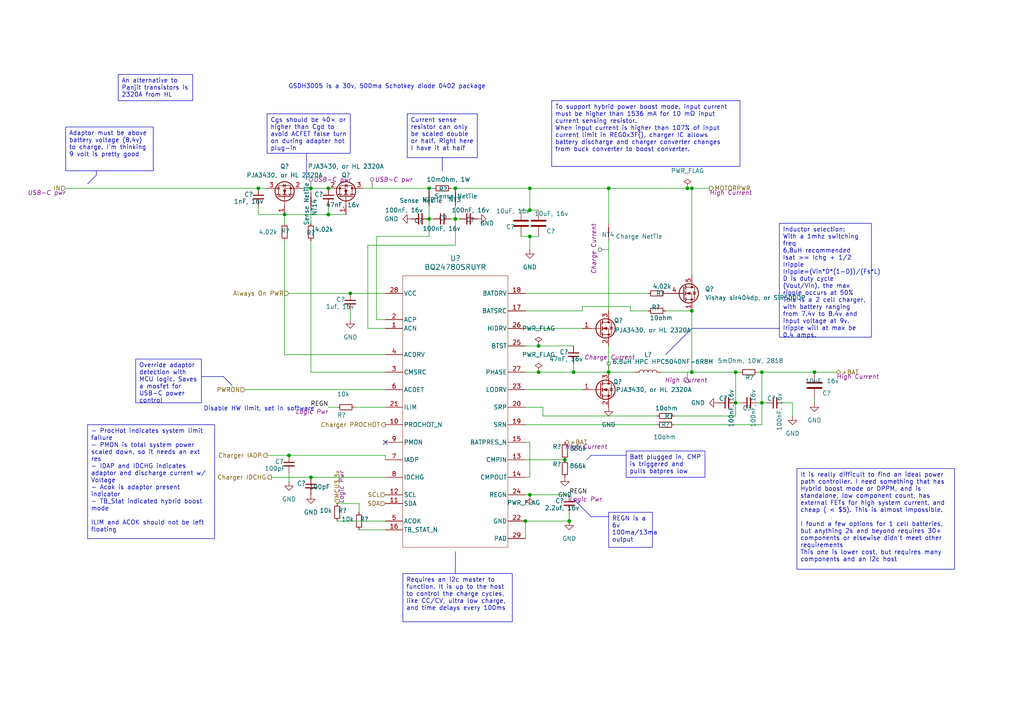
<source format=kicad_sch>
(kicad_sch (version 20250114) (generator "eeschema") (generator_version "9.0")
  (paper "A4")
  (title_block (title "Klipper-To-CACKLE") (date "2025-04-05") (rev "V1") (company "Author: Asher Edwards") (comment 1 "Licensed under CERN-OHL-S"))
  (lib_symbols
    (symbol "BQ24780s:BQ24780SRUYR" (pin_names (offset 0.254))
      (property "Reference" "U4" (at 0 43.18 0))
      (property "Value" "BQ24780SRUYR" (at 0 40.64 0))
      (symbol "BQ24780SRUYR_0_1"
        (polyline (pts (xy -15.24 38.1) (xy -15.24 -40.64)) (stroke (width 0.1016)))
        (polyline (pts (xy -15.24 -40.64) (xy 15.24 -40.64)) (stroke (width 0.1016)))
        (polyline (pts (xy 15.24 38.1) (xy -15.24 38.1)) (stroke (width 0.1016)))
        (polyline (pts (xy 15.24 -40.64) (xy 15.24 38.1)) (stroke (width 0.1016)))
        (pin power_in line (at -20.32 33.02 0) (length 5.08) (name "VCC") (number "28"))
        (pin input line (at -20.32 25.4 0) (length 5.08) (name "ACP") (number "2"))
        (pin input line (at -20.32 22.86 0) (length 5.08) (name "ACN") (number "1"))
        (pin output line (at -20.32 15.24 0) (length 5.08) (name "ACDRV") (number "4"))
        (pin input line (at -20.32 10.16 0) (length 5.08) (name "CMSRC") (number "3"))
        (pin input line (at -20.32 5.08 0) (length 5.08) (name "ACDET") (number "6"))
        (pin input line (at -20.32 0 0) (length 5.08) (name "ILIM") (number "21"))
        (pin output line (at -20.32 -5.08 0) (length 5.08) (name "PROCHOT_N") (number "10"))
        (pin output line (at -20.32 -10.16 0) (length 5.08) (name "PMON") (number "9"))
        (pin output line (at -20.32 -15.24 0) (length 5.08) (name "IADP") (number "7"))
        (pin output line (at -20.32 -20.32 0) (length 5.08) (name "IDCHG") (number "8"))
        (pin bidirectional line (at -20.32 -25.4 0) (length 5.08) (name "SCL") (number "12"))
        (pin bidirectional line (at -20.32 -27.94 0) (length 5.08) (name "SDA") (number "11"))
        (pin output line (at -20.32 -33.02 0) (length 5.08) (name "ACOK") (number "5"))
        (pin input line (at -20.32 -35.56 0) (length 5.08) (name "TB_STAT_N") (number "16"))
        (pin input line (at 20.32 33.02 180) (length 5.08) (name "BATDRV") (number "18"))
        (pin output line (at 20.32 27.94 180) (length 5.08) (name "BATSRC") (number "17"))
        (pin power_in line (at 20.32 17.78 180) (length 5.08) (name "BTST") (number "25"))
        (pin power_in line (at 20.32 10.16 180) (length 5.08) (name "PHASE") (number "27"))
        (pin output line (at 20.32 5.08 180) (length 5.08) (name "LODRV") (number "23"))
        (pin input line (at 20.32 0 180) (length 5.08) (name "SRP") (number "20"))
        (pin input line (at 20.32 -5.08 180) (length 5.08) (name "SRN") (number "19"))
        (pin input line (at 20.32 -10.16 180) (length 5.08) (name "BATPRES_N") (number "15"))
        (pin input line (at 20.32 -15.24 180) (length 5.08) (name "CMPIN") (number "13"))
        (pin output line (at 20.32 -20.32 180) (length 5.08) (name "CMPOUT") (number "14"))
        (pin power_in line (at 20.32 -25.4 180) (length 5.08) (name "REGN") (number "24"))
        (pin power_in line (at 20.32 -33.02 180) (length 5.08) (name "GND") (number "22"))
        (pin power_in line (at 20.32 -38.1 180) (length 5.08) (name "PAD") (number "29"))
      )
      (symbol "BQ24780SRUYR_1_1"
        (pin output line (at 20.32 22.86 180) (length 5.08) (name "HIDRV") (number "26"))
      )
    )
    (symbol "Device:C" (pin_numbers (hide yes)) (pin_names (offset 0.254))
      (property "Reference" "C" (at 0.635 2.54 0))
      (property "Value" "C" (at 0.635 -2.54 0))
      (symbol "C_0_1"
        (polyline (pts (xy -2.032 0.762) (xy 2.032 0.762)) (stroke (width 0.508)))
        (polyline (pts (xy -2.032 -0.762) (xy 2.032 -0.762)) (stroke (width 0.508)))
      )
      (symbol "C_1_1"
        (pin passive line (at 0 3.81 270) (length 2.794) (name "~") (number "1"))
        (pin passive line (at 0 -3.81 90) (length 2.794) (name "~") (number "2"))
      )
    )
    (symbol "Device:C_Small" (pin_numbers (hide yes)) (pin_names (offset 0.254) (hide yes))
      (property "Reference" "C" (at 0.254 1.778 0))
      (property "Value" "C_Small" (at 0.254 -2.032 0))
      (symbol "C_Small_0_1"
        (polyline (pts (xy -1.524 0.508) (xy 1.524 0.508)) (stroke (width 0.3048)))
        (polyline (pts (xy -1.524 -0.508) (xy 1.524 -0.508)) (stroke (width 0.3302)))
      )
      (symbol "C_Small_1_1"
        (pin passive line (at 0 2.54 270) (length 2.032) (name "~") (number "1"))
        (pin passive line (at 0 -2.54 90) (length 2.032) (name "~") (number "2"))
      )
    )
    (symbol "Device:L" (pin_numbers (hide yes)) (pin_names (offset 1.016) (hide yes))
      (property "Reference" "L" (at -1.27 0 90))
      (property "Value" "L" (at 1.905 0 90))
      (symbol "L_0_1"
        (arc (start 0 2.54) (mid 0.6323 1.905) (end 0 1.27))
        (arc (start 0 1.27) (mid 0.6323 0.635) (end 0 0))
        (arc (start 0 0) (mid 0.6323 -0.635) (end 0 -1.27))
        (arc (start 0 -1.27) (mid 0.6323 -1.905) (end 0 -2.54))
      )
      (symbol "L_1_1"
        (pin passive line (at 0 3.81 270) (length 1.27) (name "1") (number "1"))
        (pin passive line (at 0 -3.81 90) (length 1.27) (name "2") (number "2"))
      )
    )
    (symbol "Device:NetTie_2" (pin_numbers (hide yes)) (pin_names (offset 0) (hide yes)) (in_bom no)
      (property "Reference" "NT" (at 0 1.27 0))
      (property "Value" "NetTie_2" (at 0 -1.27 0))
      (symbol "NetTie_2_0_1"
        (polyline (pts (xy -1.27 0) (xy 1.27 0)) (stroke (width 0.254)))
      )
      (symbol "NetTie_2_1_1"
        (pin passive line (at -2.54 0 0) (length 2.54) (name "1") (number "1"))
        (pin passive line (at 2.54 0 180) (length 2.54) (name "2") (number "2"))
      )
    )
    (symbol "Device:Q_NMOS_GSD" (pin_names (offset 0) (hide yes))
      (property "Reference" "Q" (at 5.08 1.27 0))
      (property "Value" "Q_NMOS_GSD" (at 5.08 -1.27 0))
      (symbol "Q_NMOS_GSD_0_1"
        (polyline (pts (xy 0.254 1.905) (xy 0.254 -1.905)) (stroke (width 0.254)))
        (polyline (pts (xy 0.254 0) (xy -2.54 0)))
        (polyline (pts (xy 0.762 2.286) (xy 0.762 1.27)) (stroke (width 0.254)))
        (polyline (pts (xy 0.762 0.508) (xy 0.762 -0.508)) (stroke (width 0.254)))
        (polyline (pts (xy 0.762 -1.27) (xy 0.762 -2.286)) (stroke (width 0.254)))
        (polyline (pts (xy 0.762 -1.778) (xy 3.302 -1.778) (xy 3.302 1.778) (xy 0.762 1.778)))
        (polyline (pts (xy 1.016 0) (xy 2.032 0.381) (xy 2.032 -0.381) (xy 1.016 0)) (fill (type outline)))
        (circle (center 1.651 0) (radius 2.794) (stroke (width 0.254)))
        (polyline (pts (xy 2.54 2.54) (xy 2.54 1.778)))
        (circle (center 2.54 1.778) (radius 0.254) (fill (type outline)))
        (circle (center 2.54 -1.778) (radius 0.254) (fill (type outline)))
        (polyline (pts (xy 2.54 -2.54) (xy 2.54 0) (xy 0.762 0)))
        (polyline (pts (xy 2.794 0.508) (xy 2.921 0.381) (xy 3.683 0.381) (xy 3.81 0.254)))
        (polyline (pts (xy 3.302 0.381) (xy 2.921 -0.254) (xy 3.683 -0.254) (xy 3.302 0.381)))
      )
      (symbol "Q_NMOS_GSD_1_1"
        (pin input line (at -5.08 0 0) (length 2.54) (name "G") (number "1"))
        (pin passive line (at 2.54 5.08 270) (length 2.54) (name "D") (number "3"))
        (pin passive line (at 2.54 -5.08 90) (length 2.54) (name "S") (number "2"))
      )
    )
    (symbol "Device:R_Small" (pin_numbers (hide yes)) (pin_names (offset 0.254) (hide yes))
      (property "Reference" "R" (at 0.762 0.508 0))
      (property "Value" "R_Small" (at 0.762 -1.016 0))
      (symbol "R_Small_0_1"
        (rectangle (start -0.762 1.778) (end 0.762 -1.778) (stroke (width 0.2032)))
      )
      (symbol "R_Small_1_1"
        (pin passive line (at 0 2.54 270) (length 0.762) (name "~") (number "1"))
        (pin passive line (at 0 -2.54 90) (length 0.762) (name "~") (number "2"))
      )
    )
    (symbol "custom_Device:Q_NMOS_SGD_8-pin" (pin_names (offset 0) (hide yes))
      (property "Reference" "Q" (at 6.35 1.2701 0))
      (property "Value" "Q_NMOS_SGD_8-pin" (at 6.35 -1.2699 0))
      (symbol "Q_NMOS_SGD_8-pin_0_1"
        (polyline (pts (xy 0.254 1.905) (xy 0.254 -1.905)) (stroke (width 0.254)))
        (polyline (pts (xy 0.254 0) (xy -2.54 0)))
        (polyline (pts (xy 0.762 2.286) (xy 0.762 1.27)) (stroke (width 0.254)))
        (polyline (pts (xy 0.762 0.508) (xy 0.762 -0.508)) (stroke (width 0.254)))
        (polyline (pts (xy 0.762 -1.27) (xy 0.762 -2.286)) (stroke (width 0.254)))
        (polyline (pts (xy 0.762 -1.778) (xy 3.302 -1.778) (xy 3.302 1.778) (xy 0.762 1.778)))
        (polyline (pts (xy 1.016 0) (xy 2.032 0.381) (xy 2.032 -0.381) (xy 1.016 0)) (fill (type outline)))
        (circle (center 1.651 0) (radius 2.794) (stroke (width 0.254)))
        (polyline (pts (xy 2.54 2.54) (xy 2.54 1.778)))
        (circle (center 2.54 1.778) (radius 0.254) (fill (type outline)))
        (circle (center 2.54 -1.778) (radius 0.254) (fill (type outline)))
        (polyline (pts (xy 2.54 -2.54) (xy 2.54 0) (xy 0.762 0)))
        (polyline (pts (xy 2.794 0.508) (xy 2.921 0.381) (xy 3.683 0.381) (xy 3.81 0.254)))
        (polyline (pts (xy 3.302 0.381) (xy 2.921 -0.254) (xy 3.683 -0.254) (xy 3.302 0.381)))
      )
      (symbol "Q_NMOS_SGD_8-pin_1_1"
        (pin input line (at -5.08 0 0) (length 5.08) (name "G") (number "4"))
        (pin passive line (at 2.54 5.08 270) (length 2.54) (name "D") (number "5"))
        (pin passive line (at 2.54 5.08 270) (length 2.54) (hide yes) (name "D") (number "6"))
        (pin passive line (at 2.54 5.08 270) (length 2.54) (hide yes) (name "D") (number "7"))
        (pin passive line (at 2.54 5.08 270) (length 2.54) (hide yes) (name "D") (number "8"))
        (pin passive line (at 2.54 -5.08 90) (length 2.54) (name "S") (number "1"))
        (pin passive line (at 2.54 -5.08 90) (length 2.54) (hide yes) (name "S") (number "2"))
        (pin passive line (at 2.54 -5.08 90) (length 2.54) (hide yes) (name "S") (number "3"))
      )
    )
    (symbol "power:GND" (power) (pin_numbers (hide yes)) (pin_names (offset 0) (hide yes))
      (property "Value" "GND" (at 0 -3.81 0))
      (symbol "GND_0_1"
        (polyline (pts (xy 0 0) (xy 0 -1.27) (xy 1.27 -1.27) (xy 0 -2.54) (xy -1.27 -1.27) (xy 0 -1.27)))
      )
      (symbol "GND_1_1"
        (pin power_in line (at 0 0 270) (length 0) (name "~") (number "1"))
      )
    )
    (symbol "power:PWR_FLAG" (power) (pin_numbers (hide yes)) (pin_names (offset 0) (hide yes))
      (property "Value" "PWR_FLAG" (at 0 3.81 0))
      (symbol "PWR_FLAG_0_0"
        (pin power_out line (at 0 0 90) (length 0) (name "~") (number "1"))
      )
      (symbol "PWR_FLAG_0_1"
        (polyline (pts (xy 0 0) (xy 0 1.27) (xy -1.016 1.905) (xy 0 2.54) (xy 1.016 1.905) (xy 0 1.27)))
      )
    )
  )
  (text "GSDH3005 is a 30v, 500ma Schotkey diode 0402 package" (at 112.268 25.146 0) (effects (font (size 1.27 1.27))))
  (text "Disable HW limit, set in software" (at 75.184 118.618 0) (effects (font (size 1.27 1.27))))
  (text_box "To support hybrid power boost mode, input current must be higher than 1536 mA for 10 mΩ input current sensing resistor.\nWhen input current is higher than 107% of input current limit in REG0x3F(), charger IC allows\nbattery discharge and charger converter changes from buck converter to boost converter." (at 160.02 29.21 0) (size 54.61 19.05) (margins 0.9525 0.9525 0.9525 0.9525) (effects (font (size 1.27 1.27)) (justify left top)))
  (text_box "Batt plugged in, CMP is triggered and pulls batpres low" (at 181.61 130.81 0) (size 22.86 7.62) (margins 0.9525 0.9525 0.9525 0.9525) (effects (font (size 1.27 1.27)) (justify left top)))
  (text_box "Inductor selection:\nWith a 1mhz switching freq \n6.8uH recommended\nIsat >= Ichg + 1/2 Iripple\nIripple=(Vin*D*(1-D))/(Fs*L)\nD is duty cycle (Vout/Vin), the max ripple occurs at 50%\nThis is a 2 cell charger, with battery ranging from 7.4v to 8.4v and input voltage at 9v.\nIripple will at max be 0.4 amps." (at 226.06 64.77 0) (size 26.67 33.02) (margins 0.9525 0.9525 0.9525 0.9525) (effects (font (size 1.27 1.27)) (justify left top)))
  (text_box "It is really difficult to find an ideal power path controller. I need something that has Hybrid boost mode or DPPM, and is standalone, low component count, has external FETs for high system current, and cheap ( < $5). This is almost impossible. \n\nI found a few options for 1 cell batteries, but anything 2s and beyond requires 30+ components or elsewise didn't meet other requirements\nThis one is lower cost, but requires many components and an i2c host" (at 231.14 135.89 0) (size 45.72 29.21) (margins 0.9525 0.9525 0.9525 0.9525) (effects (font (size 1.27 1.27)) (justify left top)))
  (text_box "Requires an i2c master to function. It is up to the host to control the charge cycles, like CC/CV, ultra low charge, and time delays every 100ms" (at 116.84 166.37 0) (size 31.75 13.97) (margins 0.9525 0.9525 0.9525 0.9525) (effects (font (size 1.27 1.27)) (justify left top)))
  (text_box "Cgs should be 40× or higher than Cgd to avoid ACFET false turn on during adapter hot plug-in" (at 77.47 33.02 0) (size 24.13 11.43) (margins 0.9525 0.9525 0.9525 0.9525) (effects (font (size 1.27 1.27)) (justify left top)))
  (text_box "Current sense resistor can only be scaled double or half. Right here I have it at half" (at 118.11 33.02 0) (size 20.32 12.7) (margins 0.9525 0.9525 0.9525 0.9525) (effects (font (size 1.27 1.27)) (justify left top)))
  (text_box "Override adaptor detection with MCU logic. Saves a mosfet for USB-C power control" (at 39.37 104.14 0) (size 19.05 12.7) (margins 0.9525 0.9525 0.9525 0.9525) (effects (font (size 1.27 1.27)) (justify left top)))
  (text_box "Adaptor must be above battery voltage (8.4v) to charge. I'm thinking 9 volt is pretty good" (at 19.05 36.83 0) (size 25.4 12.7) (margins 0.9525 0.9525 0.9525 0.9525) (effects (font (size 1.27 1.27)) (justify left top)))
  (text_box "REGN is a 6v 100ma/13ma output" (at 176.53 148.59 0) (size 12.7 10.16) (margins 0.9525 0.9525 0.9525 0.9525) (effects (font (size 1.27 1.27)) (justify left top)))
  (text_box "An alternative to Panjit transistors is 2320A from HL" (at 34.29 21.59 0) (size 21.59 7.62) (margins 0.9525 0.9525 0.9525 0.9525) (effects (font (size 1.27 1.27)) (justify left top)))
  (text_box "- ProcHot indicates system limit failure\n- PMON is total system power scaled down, so it needs an ext res\n- IDAP and IDCHG indicates adaptor and discharge current w/ Voltage\n- Acok is adaptor present indicator\n- TB_Stat indicated hybrid boost mode\n\nILIM and ACOK should not be left floating " (at 25.4 123.19 0) (size 36.83 33.02) (margins 0.9525 0.9525 0.9525 0.9525) (effects (font (size 1.27 1.27)) (justify left top)))
  (junction (at 101.6 85.09))
  (junction (at 90.17 54.61))
  (junction (at 95.25 62.23))
  (junction (at 132.08 54.61))
  (junction (at 153.67 68.58))
  (junction (at 220.98 107.95))
  (junction (at 200.66 107.95))
  (junction (at 156.21 107.95))
  (junction (at 95.25 54.61))
  (junction (at 124.46 54.61))
  (junction (at 220.98 116.84))
  (junction (at 74.93 54.61))
  (junction (at 163.83 133.35))
  (junction (at 213.36 107.95))
  (junction (at 132.08 63.5))
  (junction (at 200.66 54.61))
  (junction (at 153.67 54.61))
  (junction (at 82.55 62.23))
  (junction (at 153.67 143.51))
  (junction (at 90.17 138.43))
  (junction (at 156.21 100.33))
  (junction (at 124.46 63.5))
  (junction (at 200.66 90.17))
  (junction (at 176.53 107.95))
  (junction (at 166.37 107.95))
  (junction (at 199.39 54.61))
  (junction (at 176.53 54.61))
  (junction (at 236.22 107.95))
  (junction (at 153.67 60.96))
  (junction (at 165.1 151.13))
  (junction (at 152.4 151.13))
  (junction (at 83.82 132.08))
  (junction (at 213.36 116.84))
  (no_connect (at 111.76 128.27))
  (polyline (pts (xy 58.42 109.22) (xy 64.77 109.22)))
  (polyline (pts (xy 27.94 49.53) (xy 27.94 50.8)))
  (wire (pts (xy 236.22 115.57) (xy 236.22 116.84)))
  (wire (pts (xy 153.67 138.43) (xy 153.67 128.27)))
  (wire (pts (xy 152.4 100.33) (xy 156.21 100.33)))
  (polyline (pts (xy 132.08 160.02) (xy 132.08 166.37)))
  (wire (pts (xy 200.66 90.17) (xy 200.66 107.95)))
  (wire (pts (xy 157.48 120.65) (xy 190.5 120.65)))
  (wire (pts (xy 124.46 63.5) (xy 124.46 68.58)))
  (wire (pts (xy 227.33 116.84) (xy 229.87 116.84)))
  (wire (pts (xy 153.67 54.61) (xy 132.08 54.61)))
  (wire (pts (xy 153.67 68.58) (xy 156.21 68.58)))
  (wire (pts (xy 152.4 156.21) (xy 152.4 151.13)))
  (wire (pts (xy 229.87 120.65) (xy 229.87 116.84)))
  (wire (pts (xy 104.14 153.67) (xy 111.76 153.67)))
  (wire (pts (xy 152.4 85.09) (xy 187.96 85.09)))
  (wire (pts (xy 109.22 68.58) (xy 109.22 92.71)))
  (polyline (pts (xy 64.77 109.22) (xy 67.31 111.76)))
  (wire (pts (xy 105.41 54.61) (xy 124.46 54.61)))
  (wire (pts (xy 106.68 71.12) (xy 132.08 71.12)))
  (wire (pts (xy 124.46 54.61) (xy 125.73 54.61)))
  (wire (pts (xy 90.17 138.43) (xy 111.76 138.43)))
  (wire (pts (xy 151.13 60.96) (xy 153.67 60.96)))
  (polyline (pts (xy 166.37 144.78) (xy 171.45 149.86)))
  (wire (pts (xy 157.48 118.11) (xy 157.48 120.65)))
  (wire (pts (xy 82.55 102.87) (xy 111.76 102.87)))
  (wire (pts (xy 176.53 100.33) (xy 176.53 107.95)))
  (polyline (pts (xy 193.04 102.87) (xy 200.66 95.25)))
  (wire (pts (xy 19.05 54.61) (xy 74.93 54.61)))
  (wire (pts (xy 130.81 54.61) (xy 132.08 54.61)))
  (polyline (pts (xy 181.61 132.08) (xy 171.45 132.08)))
  (polyline (pts (xy 176.53 149.86) (xy 171.45 149.86)))
  (wire (pts (xy 176.53 90.17) (xy 176.53 69.85)))
  (wire (pts (xy 132.08 63.5) (xy 132.08 71.12)))
  (wire (pts (xy 74.93 62.23) (xy 82.55 62.23)))
  (wire (pts (xy 220.98 107.95) (xy 236.22 107.95)))
  (wire (pts (xy 152.4 95.25) (xy 168.91 95.25)))
  (wire (pts (xy 176.53 54.61) (xy 199.39 54.61)))
  (wire (pts (xy 90.17 69.85) (xy 90.17 107.95)))
  (wire (pts (xy 111.76 133.35) (xy 111.76 132.08)))
  (wire (pts (xy 152.4 107.95) (xy 156.21 107.95)))
  (wire (pts (xy 132.08 59.69) (xy 132.08 63.5)))
  (wire (pts (xy 83.82 132.08) (xy 111.76 132.08)))
  (wire (pts (xy 152.4 113.03) (xy 168.91 113.03)))
  (wire (pts (xy 156.21 107.95) (xy 166.37 107.95)))
  (wire (pts (xy 219.71 116.84) (xy 220.98 116.84)))
  (wire (pts (xy 74.93 54.61) (xy 77.47 54.61)))
  (wire (pts (xy 205.74 54.61) (xy 200.66 54.61)))
  (wire (pts (xy 195.58 123.19) (xy 220.98 123.19)))
  (wire (pts (xy 182.88 88.9) (xy 182.88 90.17)))
  (wire (pts (xy 213.36 107.95) (xy 213.36 116.84)))
  (wire (pts (xy 101.6 85.09) (xy 111.76 85.09)))
  (wire (pts (xy 220.98 123.19) (xy 220.98 116.84)))
  (wire (pts (xy 184.15 107.95) (xy 176.53 107.95)))
  (wire (pts (xy 153.67 143.51) (xy 165.1 143.51)))
  (wire (pts (xy 152.4 138.43) (xy 153.67 138.43)))
  (wire (pts (xy 151.13 68.58) (xy 153.67 68.58)))
  (wire (pts (xy 193.04 90.17) (xy 200.66 90.17)))
  (wire (pts (xy 71.12 113.03) (xy 111.76 113.03)))
  (wire (pts (xy 168.91 88.9) (xy 168.91 90.17)))
  (wire (pts (xy 176.53 64.77) (xy 176.53 54.61)))
  (wire (pts (xy 200.66 54.61) (xy 199.39 54.61)))
  (wire (pts (xy 83.82 137.16) (xy 83.82 139.7)))
  (wire (pts (xy 153.67 68.58) (xy 153.67 72.39)))
  (wire (pts (xy 195.58 120.65) (xy 213.36 120.65)))
  (wire (pts (xy 104.14 148.59) (xy 104.14 146.05)))
  (wire (pts (xy 130.81 63.5) (xy 132.08 63.5)))
  (wire (pts (xy 191.77 107.95) (xy 200.66 107.95)))
  (wire (pts (xy 101.6 90.17) (xy 101.6 92.71)))
  (wire (pts (xy 153.67 54.61) (xy 176.53 54.61)))
  (wire (pts (xy 77.47 132.08) (xy 83.82 132.08)))
  (wire (pts (xy 95.25 62.23) (xy 100.33 62.23)))
  (polyline (pts (xy 170.18 133.35) (xy 171.45 132.08)))
  (wire (pts (xy 152.4 133.35) (xy 163.83 133.35)))
  (wire (pts (xy 124.46 63.5) (xy 125.73 63.5)))
  (wire (pts (xy 152.4 118.11) (xy 157.48 118.11)))
  (polyline (pts (xy 226.06 95.25) (xy 200.66 95.25)))
  (wire (pts (xy 200.66 107.95) (xy 213.36 107.95)))
  (wire (pts (xy 95.25 59.69) (xy 95.25 62.23)))
  (wire (pts (xy 109.22 92.71) (xy 111.76 92.71)))
  (wire (pts (xy 87.63 54.61) (xy 90.17 54.61)))
  (wire (pts (xy 168.91 90.17) (xy 152.4 90.17)))
  (wire (pts (xy 82.55 62.23) (xy 95.25 62.23)))
  (wire (pts (xy 213.36 107.95) (xy 214.63 107.95)))
  (wire (pts (xy 213.36 116.84) (xy 214.63 116.84)))
  (wire (pts (xy 83.82 85.09) (xy 101.6 85.09)))
  (wire (pts (xy 152.4 123.19) (xy 190.5 123.19)))
  (wire (pts (xy 152.4 143.51) (xy 153.67 143.51)))
  (wire (pts (xy 111.76 95.25) (xy 106.68 95.25)))
  (wire (pts (xy 82.55 69.85) (xy 82.55 102.87)))
  (wire (pts (xy 168.91 88.9) (xy 182.88 88.9)))
  (wire (pts (xy 219.71 107.95) (xy 220.98 107.95)))
  (wire (pts (xy 90.17 60.96) (xy 90.17 64.77)))
  (wire (pts (xy 124.46 68.58) (xy 109.22 68.58)))
  (wire (pts (xy 213.36 120.65) (xy 213.36 116.84)))
  (wire (pts (xy 153.67 60.96) (xy 153.67 54.61)))
  (wire (pts (xy 166.37 107.95) (xy 176.53 107.95)))
  (wire (pts (xy 220.98 116.84) (xy 222.25 116.84)))
  (wire (pts (xy 97.79 151.13) (xy 111.76 151.13)))
  (wire (pts (xy 111.76 107.95) (xy 90.17 107.95)))
  (wire (pts (xy 152.4 151.13) (xy 165.1 151.13)))
  (wire (pts (xy 95.25 118.11) (xy 97.79 118.11)))
  (wire (pts (xy 90.17 54.61) (xy 90.17 55.88)))
  (polyline (pts (xy 88.9 44.45) (xy 88.9 52.07)))
  (wire (pts (xy 156.21 100.33) (xy 166.37 100.33)))
  (wire (pts (xy 152.4 128.27) (xy 153.67 128.27)))
  (wire (pts (xy 97.79 146.05) (xy 104.14 146.05)))
  (wire (pts (xy 220.98 107.95) (xy 220.98 116.84)))
  (wire (pts (xy 236.22 107.95) (xy 242.57 107.95)))
  (wire (pts (xy 166.37 107.95) (xy 166.37 105.41)))
  (wire (pts (xy 200.66 54.61) (xy 200.66 80.01)))
  (wire (pts (xy 132.08 63.5) (xy 133.35 63.5)))
  (wire (pts (xy 74.93 59.69) (xy 74.93 62.23)))
  (polyline (pts (xy 128.27 45.72) (xy 128.27 49.53)))
  (wire (pts (xy 78.74 138.43) (xy 90.17 138.43)))
  (wire (pts (xy 102.87 118.11) (xy 111.76 118.11)))
  (wire (pts (xy 90.17 54.61) (xy 95.25 54.61)))
  (polyline (pts (xy 25.4 53.34) (xy 27.94 50.8)))
  (wire (pts (xy 124.46 59.69) (xy 124.46 63.5)))
  (wire (pts (xy 82.55 62.23) (xy 82.55 64.77)))
  (wire (pts (xy 106.68 95.25) (xy 106.68 71.12)))
  (wire (pts (xy 153.67 60.96) (xy 156.21 60.96)))
  (wire (pts (xy 165.1 148.59) (xy 165.1 151.13)))
  (wire (pts (xy 182.88 90.17) (xy 187.96 90.17)))
  (label "REGN" (at 165.1 143.51 0) (property "Netclass" "Logic Pwr" (at 165.1 144.78 0) (effects (font (italic yes)) (justify left))))
  (label "REGN" (at 95.25 118.11 180) (property "Netclass" "Logic Pwr" (at 95.25 119.38 0) (effects (font (italic yes)) (justify right))))
  (hierarchical_label "SDA" (shape input) (at 111.76 146.05 180))
  (hierarchical_label "MOTORPWR" (shape output) (at 205.74 54.61 0) (property "Netclass" "High Current" (at 205.74 55.88 0) (effects (font (italic yes)) (justify left))))
  (hierarchical_label "Charger IADP" (shape output) (at 77.47 132.08 180))
  (hierarchical_label "IN" (shape input) (at 19.05 54.61 180) (property "Netclass" "USB-C pwr" (at 19.05 55.88 0) (effects (font (italic yes)) (justify right))))
  (hierarchical_label "Charger PROCHOT" (shape output) (at 111.76 123.19 180))
  (hierarchical_label "+BAT" (shape bidirectional) (at 242.57 107.95 0) (property "Netclass" "High Current" (at 242.57 109.22 0) (effects (font (italic yes)) (justify left))))
  (hierarchical_label "SCL" (shape input) (at 111.76 143.51 180))
  (hierarchical_label "Charger IDCHG" (shape output) (at 78.74 138.43 180))
  (hierarchical_label "PWRON" (shape input) (at 71.12 113.03 180))
  (hierarchical_label "+BAT" (shape bidirectional) (at 163.83 128.27 0) (property "Netclass" "High Current" (at 163.83 129.54 0) (effects (font (italic yes)) (justify left))))
  (hierarchical_label "MCU3.3v" (shape input) (at 97.79 146.05 90) (property "Netclass" "Logic Pwr" (at 99.06 146.05 90) (effects (font (italic yes)) (justify left))))
  (hierarchical_label "Always On PWR" (shape input) (at 83.82 85.09 180))
  (netclass_flag "" (length 2.54) (shape round) (at 176.53 72.39 90) (property "Netclass" "Charge Current" (at 172.212 79.502 90) (effects (font (italic yes)) (justify left))))
  (netclass_flag "" (length 2.54) (shape round) (at 107.95 54.61 0) (property "Netclass" "USB-C pwr" (at 108.6485 52.07 0) (effects (font (italic yes)) (justify left))))
  (netclass_flag "" (length 2.54) (shape round) (at 176.53 107.95 0) (property "Netclass" "Charge Current" (at 169.418 103.632 0) (effects (font (italic yes)) (justify left))))
  (netclass_flag "" (length 2.54) (shape round) (at 199.39 107.95 180) (property "Netclass" "High Current" (at 192.786 110.236 0) (effects (font (italic yes)) (justify left))))
  (netclass_flag "" (length 2.54) (shape round) (at 90.17 54.61 0) (property "Netclass" "USB-C pwr" (at 90.8685 52.07 0) (effects (font (italic yes)) (justify left))))
  (symbol (lib_id "Device:Q_NMOS_GSD") (at 173.99 113.03 0) (unit 1)
    (property "Reference" "Q?" (at 177.8 110.744 0) (effects (justify left)))
    (property "Value" "PJA3430, or HL 2320A" (at 178.562 113.03 0) (effects (justify left)))
    (property "Footprint" "Package_TO_SOT_SMD:SC-59" (effects (hide yes)))
    (property "Description" "N-MOSFET transistor, gate/source/drain" (effects (hide yes)))
    (property "Sim.Device" "NMOS" (effects (hide yes)))
    (property "Sim.Type" "VDMOS" (effects (hide yes)))
    (property "Sim.Pins" "1=D 2=G 3=S" (effects (hide yes)))
    (property "Rotation Offset" "180" (effects (hide yes)))
  )
  (symbol (lib_id "Device:R_Small") (at 193.04 123.19 270) (unit 1)
    (property "Reference" "R?" (at 193.04 123.19 90))
    (property "Value" "10ohm" (at 192.786 126.746 90))
    (property "Footprint" "Resistor_SMD:R_0402_1005Metric" (effects (hide yes)))
    (property "Description" "Resistor, small symbol" (effects (hide yes)))
  )
  (symbol (lib_id "power:GND") (at 101.6 92.71 0) (unit 1)
    (property "Reference" "#PWR?" (effects (hide yes)))
    (property "Value" "GND" (at 101.6 97.79 0))
    (property "Description" "Power symbol creates a global label with name \"GND\" , ground" (effects (hide yes)))
  )
  (symbol (lib_id "Device:C_Small") (at 95.25 57.15 0) (unit 1)
    (property "Reference" "C?" (at 91.186 56.388 0) (effects (justify left)))
    (property "Value" "47nF, 16v" (at 94.488 59.436 0) (effects (justify left)))
    (property "Footprint" "Capacitor_SMD:C_0603_1608Metric" (effects (hide yes)))
    (property "Description" "Unpolarized capacitor, small symbol" (effects (hide yes)))
  )
  (symbol (lib_id "power:GND") (at 83.82 139.7 0) (unit 1)
    (property "Reference" "#PWR?" (effects (hide yes)))
    (property "Value" "GND" (at 83.82 144.78 0))
    (property "Description" "Power symbol creates a global label with name \"GND\" , ground" (effects (hide yes)))
  )
  (symbol (lib_id "Device:R_Small") (at 163.83 135.89 180) (unit 1)
    (property "Reference" "R?" (at 161.544 134.62 0))
    (property "Value" "866k" (at 167.64 135.128 0))
    (property "Footprint" "Resistor_SMD:R_0402_1005Metric" (effects (hide yes)))
    (property "Description" "Resistor, small symbol" (effects (hide yes)))
  )
  (symbol (lib_id "Device:R_Small") (at 217.17 107.95 270) (unit 1)
    (property "Reference" "R?" (at 217.424 109.474 90))
    (property "Value" "5mOhm, 10W, 2818" (at 217.678 104.648 90))
    (property "Footprint" "custom_Passives:R_Vishay_2818" (effects (hide yes)))
    (property "Description" "Resistor, small symbol" (effects (hide yes)))
  )
  (symbol (lib_id "power:GND") (at 163.83 138.43 0) (unit 1)
    (property "Reference" "#PWR017" (effects (hide yes)))
    (property "Value" "GND" (at 163.83 143.51 0))
    (property "Description" "Power symbol creates a global label with name \"GND\" , ground" (effects (hide yes)))
  )
  (symbol (lib_id "Device:C_Small") (at 224.79 116.84 90) (unit 1)
    (property "Reference" "C?" (at 225.044 115.57 90) (effects (justify left)))
    (property "Value" "100nF, 16v" (at 226.06 124.968 0) (effects (justify left)))
    (property "Footprint" "Capacitor_SMD:C_0402_1005Metric" (effects (hide yes)))
    (property "Description" "Unpolarized capacitor, small symbol" (effects (hide yes)))
  )
  (symbol (lib_id "power:PWR_FLAG") (at 199.39 54.61 0) (unit 1)
    (property "Reference" "#FLG?" (effects (hide yes)))
    (property "Value" "PWR_FLAG" (at 199.39 49.53 0))
    (property "Description" "Special symbol for telling ERC where power comes from" (effects (hide yes)))
  )
  (symbol (lib_id "power:GND") (at 208.28 116.84 270) (unit 1)
    (property "Reference" "#PWR?" (effects (hide yes)))
    (property "Value" "GND" (at 204.47 116.8399 90) (effects (justify right)))
    (property "Description" "Power symbol creates a global label with name \"GND\" , ground" (effects (hide yes)))
  )
  (symbol (lib_id "power:GND") (at 90.17 143.51 0) (unit 1)
    (property "Reference" "#PWR?" (effects (hide yes)))
    (property "Value" "GND" (at 90.17 148.59 0))
    (property "Description" "Power symbol creates a global label with name \"GND\" , ground" (effects (hide yes)))
  )
  (symbol (lib_id "Device:C_Small") (at 217.17 116.84 90) (unit 1)
    (property "Reference" "C?" (at 217.932 118.364 90) (effects (justify left)))
    (property "Value" "100nF, 16v" (at 218.44 123.952 0) (effects (justify left)))
    (property "Footprint" "Capacitor_SMD:C_0402_1005Metric" (effects (hide yes)))
    (property "Description" "Unpolarized capacitor, small symbol" (effects (hide yes)))
  )
  (symbol (lib_id "Device:C_Small") (at 166.37 102.87 0) (unit 1)
    (property "Reference" "C?" (at 162.306 102.108 0) (effects (justify left)))
    (property "Value" "47nF, 16v" (at 159.258 104.14 0) (effects (justify left)))
    (property "Footprint" "Capacitor_SMD:C_0603_1608Metric" (effects (hide yes)))
    (property "Description" "Unpolarized capacitor, small symbol" (effects (hide yes)))
  )
  (symbol (lib_id "Device:R_Small") (at 193.04 120.65 270) (unit 1)
    (property "Reference" "R?" (at 194.056 120.65 90))
    (property "Value" "10ohm" (at 193.294 118.364 90))
    (property "Footprint" "Resistor_SMD:R_0402_1005Metric" (effects (hide yes)))
    (property "Description" "Resistor, small symbol" (effects (hide yes)))
  )
  (symbol (lib_id "Device:C_Small") (at 128.27 63.5 90) (unit 1)
    (property "Reference" "C?" (at 129.794 63.246 90) (effects (justify left)))
    (property "Value" "100nF, 16v" (at 133.604 66.294 90) (effects (justify left)))
    (property "Footprint" "Capacitor_SMD:C_0402_1005Metric" (effects (hide yes)))
    (property "Description" "Unpolarized capacitor, small symbol" (effects (hide yes)))
  )
  (symbol (lib_id "Device:R_Small") (at 190.5 85.09 270) (unit 1)
    (property "Reference" "R?" (at 191.516 85.09 90))
    (property "Value" "4.02k" (at 192.024 83.058 90))
    (property "Footprint" "Resistor_SMD:R_0402_1005Metric" (effects (hide yes)))
    (property "Description" "Resistor, small symbol" (effects (hide yes)))
  )
  (symbol (lib_id "Device:C_Small") (at 135.89 63.5 90) (unit 1)
    (property "Reference" "C?" (at 137.668 63.754 90) (effects (justify left)))
    (property "Value" "100nF, 16v" (at 141.986 60.96 90) (effects (justify left)))
    (property "Footprint" "Capacitor_SMD:C_0402_1005Metric" (effects (hide yes)))
    (property "Description" "Unpolarized capacitor, small symbol" (effects (hide yes)))
  )
  (symbol (lib_id "Device:C_Small") (at 121.92 63.5 90) (unit 1)
    (property "Reference" "C?" (at 122.682 64.008 90) (effects (justify left)))
    (property "Value" "100nF, 16v" (at 122.682 60.96 90) (effects (justify left)))
    (property "Footprint" "Capacitor_SMD:C_0402_1005Metric" (effects (hide yes)))
    (property "Description" "Unpolarized capacitor, small symbol" (effects (hide yes)))
  )
  (symbol (lib_id "custom_Device:Q_NMOS_SGD_8-pin") (at 198.12 85.09 0) (unit 1)
    (property "Reference" "Q?" (at 204.47 83.8199 0) (effects (justify left)))
    (property "Value" "Vishay sir404dp, or SiR500DP" (at 204.47 86.3599 0) (effects (justify left)))
    (property "Footprint" "Package_DFN_QFN:PQFN-8-EP_6x5mm_P1.27mm_Generic" (effects (hide yes)))
    (property "Description" "N-MOSFET transistor, source/gate/drain" (effects (hide yes)))
    (property "Sim.Device" "NMOS" (effects (hide yes)))
    (property "Sim.Type" "VDMOS" (effects (hide yes)))
    (property "Sim.Pins" "1,2,3=S 4=G 5,6,7,8=D" (effects (hide yes)))
    (property "Rotation Offset" "270" (effects (hide yes)))
    (property "LCSC" "C3289487" (effects (hide yes)))
  )
  (symbol (lib_id "power:PWR_FLAG") (at 156.21 100.33 0) (unit 1)
    (property "Reference" "#FLG?" (effects (hide yes)))
    (property "Value" "PWR_FLAG" (at 156.21 95.25 0))
    (property "Description" "Special symbol for telling ERC where power comes from" (effects (hide yes)))
  )
  (symbol (lib_id "Device:NetTie_2") (at 90.17 58.42 90) (unit 1) (in_bom no)
    (property "Reference" "NT14" (at 91.186 57.658 0) (effects (justify right)))
    (property "Value" "Sense NetTie" (at 88.9 52.832 0) (effects (justify right)))
    (property "Footprint" "custom_Connector:NetTie-2_SMD_Pad0.2mm" (effects (hide yes)))
    (property "Description" "Net tie, 2 pins" (effects (hide yes)))
  )
  (symbol (lib_id "Device:R_Small") (at 128.27 54.61 270) (unit 1)
    (property "Reference" "R?" (at 128.524 54.864 90))
    (property "Value" "10mOhm, 1W" (at 130.048 52.07 90))
    (property "Footprint" "Resistor_SMD:R_1206_3216Metric" (effects (hide yes)))
    (property "Description" "Resistor, small symbol" (effects (hide yes)))
  )
  (symbol (lib_id "Device:R_Small") (at 163.83 130.81 180) (unit 1)
    (property "Reference" "R?" (at 161.544 129.54 0))
    (property "Value" "866k" (at 167.64 130.048 0))
    (property "Footprint" "Resistor_SMD:R_0402_1005Metric" (effects (hide yes)))
    (property "Description" "Resistor, small symbol" (effects (hide yes)))
  )
  (symbol (lib_id "power:GND") (at 176.53 118.11 0) (unit 1)
    (property "Reference" "#PWR012" (effects (hide yes)))
    (property "Value" "GND" (at 176.53 123.19 0))
    (property "Description" "Power symbol creates a global label with name \"GND\" , ground" (effects (hide yes)))
  )
  (symbol (lib_id "Device:R_Small") (at 90.17 67.31 180) (unit 1)
    (property "Reference" "R?" (at 90.17 67.564 0))
    (property "Value" "4.02k" (at 93.98 66.548 0))
    (property "Footprint" "Resistor_SMD:R_0402_1005Metric" (effects (hide yes)))
    (property "Description" "Resistor, small symbol" (effects (hide yes)))
  )
  (symbol (lib_id "power:GND") (at 236.22 116.84 0) (unit 1)
    (property "Reference" "#PWR010" (effects (hide yes)))
    (property "Value" "GND" (at 236.22 121.92 0))
    (property "Description" "Power symbol creates a global label with name \"GND\" , ground" (effects (hide yes)))
  )
  (symbol (lib_id "Device:Q_NMOS_GSD") (at 173.99 95.25 0) (unit 1)
    (property "Reference" "Q?" (at 178.054 92.964 0) (effects (justify left)))
    (property "Value" "PJA3430, or HL 2320A" (at 178.308 95.758 0) (effects (justify left)))
    (property "Footprint" "Package_TO_SOT_SMD:SC-59" (effects (hide yes)))
    (property "Description" "N-MOSFET transistor, gate/source/drain" (effects (hide yes)))
    (property "Sim.Device" "NMOS" (effects (hide yes)))
    (property "Sim.Type" "VDMOS" (effects (hide yes)))
    (property "Sim.Pins" "1=D 2=G 3=S" (effects (hide yes)))
    (property "Rotation Offset" "180" (effects (hide yes)))
  )
  (symbol (lib_id "Device:Q_NMOS_GSD") (at 100.33 57.15 270) (mirror x) (unit 1)
    (property "Reference" "Q?" (at 100.33 50.8 90))
    (property "Value" "PJA3430, or HL 2320A" (at 100.33 48.26 90))
    (property "Footprint" "Package_TO_SOT_SMD:SC-59" (effects (hide yes)))
    (property "Description" "N-MOSFET transistor, gate/source/drain" (effects (hide yes)))
    (property "Sim.Device" "NMOS" (effects (hide yes)))
    (property "Sim.Type" "VDMOS" (effects (hide yes)))
    (property "Sim.Pins" "1=D 2=G 3=S" (effects (hide yes)))
    (property "Rotation Offset" "180" (effects (hide yes)))
  )
  (symbol (lib_id "Device:L") (at 187.96 107.95 90) (unit 1)
    (property "Reference" "L?" (at 187.96 102.87 90))
    (property "Value" "6.8uH HPC HPC5040NF-6R8M" (at 192.278 104.902 90))
    (property "Footprint" "Inductor_SMD:L_Bourns_SDR0604" (effects (hide yes)))
    (property "Description" "Inductor" (effects (hide yes)))
    (property "Rotation Offset" "90" (effects (hide yes)))
  )
  (symbol (lib_id "Device:C") (at 156.21 64.77 180) (unit 1)
    (property "Reference" "C?" (at 161.036 67.056 0) (effects (justify left)))
    (property "Value" "10uF, 16v" (at 164.846 61.976 0) (effects (justify left)))
    (property "Footprint" "Capacitor_SMD:C_0805_2012Metric" (effects (hide yes)))
    (property "Description" "Unpolarized capacitor" (effects (hide yes)))
  )
  (symbol (lib_id "Device:R_Small") (at 82.55 67.31 180) (unit 1)
    (property "Reference" "R?" (at 82.804 67.056 0))
    (property "Value" "4.02k" (at 77.724 67.31 0))
    (property "Footprint" "Resistor_SMD:R_0402_1005Metric" (effects (hide yes)))
    (property "Description" "Resistor, small symbol" (effects (hide yes)))
  )
  (symbol (lib_id "Device:C_Small") (at 74.93 57.15 0) (unit 1)
    (property "Reference" "C?" (at 70.866 56.388 0) (effects (justify left)))
    (property "Value" "1nF, 16v" (at 67.818 58.42 0) (effects (justify left)))
    (property "Footprint" "Capacitor_SMD:C_0402_1005Metric" (effects (hide yes)))
    (property "Description" "Unpolarized capacitor, small symbol" (effects (hide yes)))
  )
  (symbol (lib_id "Device:R_Small") (at 190.5 90.17 270) (unit 1)
    (property "Reference" "R?" (at 190.246 89.154 90))
    (property "Value" "10ohm" (at 191.77 92.202 90))
    (property "Footprint" "Resistor_SMD:R_0402_1005Metric" (effects (hide yes)))
    (property "Description" "Resistor, small symbol" (effects (hide yes)))
  )
  (symbol (lib_id "Device:C") (at 236.22 111.76 180) (unit 1)
    (property "Reference" "C?" (at 241.046 114.046 0) (effects (justify left)))
    (property "Value" "10uF, 16v" (at 243.332 110.49 0) (effects (justify left)))
    (property "Footprint" "Capacitor_SMD:C_0805_2012Metric" (effects (hide yes)))
    (property "Description" "Unpolarized capacitor" (effects (hide yes)))
  )
  (symbol (lib_id "Device:NetTie_2") (at 132.08 57.15 90) (unit 1) (in_bom no)
    (property "Reference" "NT3" (at 130.048 57.912 90) (effects (justify right)))
    (property "Value" "Sense NetTie" (at 125.984 56.896 90) (effects (justify right)))
    (property "Footprint" "custom_Connector:NetTie-2_SMD_Pad0.2mm" (effects (hide yes)))
    (property "Description" "Net tie, 2 pins" (effects (hide yes)))
  )
  (symbol (lib_id "Device:C_Small") (at 90.17 140.97 0) (unit 1)
    (property "Reference" "C?" (at 86.106 140.208 0) (effects (justify left)))
    (property "Value" "100pF" (at 89.662 141.224 0) (effects (justify left)))
    (property "Footprint" "Capacitor_SMD:C_0402_1005Metric" (effects (hide yes)))
    (property "Description" "Unpolarized capacitor, small symbol" (effects (hide yes)))
  )
  (symbol (lib_id "Device:Q_NMOS_GSD") (at 82.55 57.15 90) (unit 1)
    (property "Reference" "Q?" (at 82.55 48.26 90))
    (property "Value" "PJA3430, or HL 2320A" (at 82.55 50.8 90))
    (property "Footprint" "Package_TO_SOT_SMD:SC-59" (effects (hide yes)))
    (property "Description" "N-MOSFET transistor, gate/source/drain" (effects (hide yes)))
    (property "Sim.Device" "NMOS" (effects (hide yes)))
    (property "Sim.Type" "VDMOS" (effects (hide yes)))
    (property "Sim.Pins" "1=D 2=G 3=S" (effects (hide yes)))
    (property "Rotation Offset" "180" (effects (hide yes)))
  )
  (symbol (lib_id "Device:R_Small") (at 100.33 118.11 270) (unit 1)
    (property "Reference" "R?" (at 99.06 120.396 90))
    (property "Value" "10k" (at 99.568 114.3 90))
    (property "Footprint" "Resistor_SMD:R_0402_1005Metric" (effects (hide yes)))
    (property "Description" "Resistor, small symbol" (effects (hide yes)))
  )
  (symbol (lib_id "Device:R_Small") (at 104.14 151.13 0) (unit 1)
    (property "Reference" "R?" (at 105.664 150.622 0))
    (property "Value" "10k" (at 100.838 150.622 0))
    (property "Footprint" "Resistor_SMD:R_0402_1005Metric" (effects (hide yes)))
    (property "Description" "Resistor, small symbol" (effects (hide yes)))
  )
  (symbol (lib_id "power:GND") (at 165.1 151.13 0) (unit 1)
    (property "Reference" "#PWR014" (effects (hide yes)))
    (property "Value" "GND" (at 165.1 156.21 0))
    (property "Description" "Power symbol creates a global label with name \"GND\" , ground" (effects (hide yes)))
  )
  (symbol (lib_id "Device:C_Small") (at 83.82 134.62 0) (unit 1)
    (property "Reference" "C?" (at 79.756 133.858 0) (effects (justify left)))
    (property "Value" "100pF" (at 76.708 135.89 0) (effects (justify left)))
    (property "Footprint" "Capacitor_SMD:C_0402_1005Metric" (effects (hide yes)))
    (property "Description" "Unpolarized capacitor, small symbol" (effects (hide yes)))
  )
  (symbol (lib_id "Device:NetTie_2") (at 176.53 67.31 90) (unit 1) (in_bom no)
    (property "Reference" "NT4" (at 174.498 68.072 90) (effects (justify right)))
    (property "Value" "Charge NetTie" (at 178.562 68.58 90) (effects (justify right)))
    (property "Footprint" "custom_Connector:NetTie-2_SMD_Pad0.8mm" (effects (hide yes)))
    (property "Description" "Net tie, 2 pins" (effects (hide yes)))
  )
  (symbol (lib_id "BQ24780s:BQ24780SRUYR") (at 132.08 118.11 0) (unit 1)
    (property "Reference" "U?" (at 132.08 74.93 0) (effects (font (size 1.524 1.524))))
    (property "Value" "BQ24780SRUYR" (at 132.08 77.47 0) (effects (font (size 1.524 1.524))))
    (property "Footprint" "BQ24780:RUY0028A" (effects (hide yes)))
    (property "Datasheet" "BQ24780SRUYR" (effects (hide yes)))
    (property "Rotation Offset" "270" (effects (hide yes)))
  )
  (symbol (lib_id "Device:R_Small") (at 97.79 148.59 0) (unit 1)
    (property "Reference" "R?" (at 99.314 148.082 0))
    (property "Value" "10k" (at 94.488 148.082 0))
    (property "Footprint" "Resistor_SMD:R_0402_1005Metric" (effects (hide yes)))
    (property "Description" "Resistor, small symbol" (effects (hide yes)))
  )
  (symbol (lib_id "Device:C_Small") (at 210.82 116.84 90) (unit 1)
    (property "Reference" "C?" (at 211.074 115.57 90) (effects (justify left)))
    (property "Value" "100nF, 16v" (at 212.09 123.952 0) (effects (justify left)))
    (property "Footprint" "Capacitor_SMD:C_0402_1005Metric" (effects (hide yes)))
    (property "Description" "Unpolarized capacitor, small symbol" (effects (hide yes)))
  )
  (symbol (lib_id "power:GND") (at 138.43 63.5 90) (unit 1)
    (property "Reference" "#PWR?" (effects (hide yes)))
    (property "Value" "GND" (at 139.192 64.77 90) (effects (justify right)))
    (property "Description" "Power symbol creates a global label with name \"GND\" , ground" (effects (hide yes)))
  )
  (symbol (lib_id "Device:C") (at 151.13 64.77 180) (unit 1)
    (property "Reference" "C?" (at 149.352 65.786 0) (effects (justify left)))
    (property "Value" "10uF, 16v" (at 153.67 61.214 0) (effects (justify left)))
    (property "Footprint" "Capacitor_SMD:C_0805_2012Metric" (effects (hide yes)))
    (property "Description" "Unpolarized capacitor" (effects (hide yes)))
  )
  (symbol (lib_id "power:GND") (at 229.87 120.65 0) (unit 1)
    (property "Reference" "#PWR?" (effects (hide yes)))
    (property "Value" "GND" (at 229.87 125.73 0))
    (property "Description" "Power symbol creates a global label with name \"GND\" , ground" (effects (hide yes)))
  )
  (symbol (lib_id "Device:C_Small") (at 165.1 146.05 0) (unit 1)
    (property "Reference" "C?" (at 161.036 145.288 0) (effects (justify left)))
    (property "Value" "2.2uf, 16v" (at 157.988 147.32 0) (effects (justify left)))
    (property "Footprint" "Capacitor_SMD:C_0603_1608Metric" (effects (hide yes)))
    (property "Description" "Unpolarized capacitor, small symbol" (effects (hide yes)))
  )
  (symbol (lib_id "power:GND") (at 119.38 63.5 270) (unit 1)
    (property "Reference" "#PWR?" (effects (hide yes)))
    (property "Value" "GND" (at 115.57 63.4999 90) (effects (justify right)))
    (property "Description" "Power symbol creates a global label with name \"GND\" , ground" (effects (hide yes)))
  )
  (symbol (lib_id "power:GND") (at 153.67 72.39 0) (unit 1)
    (property "Reference" "#PWR06" (effects (hide yes)))
    (property "Value" "GND" (at 153.67 77.47 0))
    (property "Description" "Power symbol creates a global label with name \"GND\" , ground" (effects (hide yes)))
  )
  (symbol (lib_id "power:PWR_FLAG") (at 156.21 107.95 0) (unit 1)
    (property "Reference" "#FLG?" (effects (hide yes)))
    (property "Value" "PWR_FLAG" (at 156.21 102.87 0))
    (property "Description" "Special symbol for telling ERC where power comes from" (effects (hide yes)))
  )
  (symbol (lib_id "Device:NetTie_2") (at 124.46 57.15 90) (unit 1) (in_bom no)
    (property "Reference" "NT2" (at 122.428 57.912 90) (effects (justify right)))
    (property "Value" "Sense NetTie" (at 115.824 58.166 90) (effects (justify right)))
    (property "Footprint" "custom_Connector:NetTie-2_SMD_Pad0.2mm" (effects (hide yes)))
    (property "Description" "Net tie, 2 pins" (effects (hide yes)))
  )
  (symbol (lib_id "power:PWR_FLAG") (at 153.67 143.51 180) (unit 1)
    (property "Reference" "#FLG?" (effects (hide yes)))
    (property "Value" "PWR_FLAG" (at 151.892 145.796 0))
    (property "Description" "Special symbol for telling ERC where power comes from" (effects (hide yes)))
  )
  (symbol (lib_id "Device:C_Small") (at 101.6 87.63 0) (unit 1)
    (property "Reference" "C?" (at 97.536 86.868 0) (effects (justify left)))
    (property "Value" "1uf, 16v" (at 94.488 88.9 0) (effects (justify left)))
    (property "Footprint" "Capacitor_SMD:C_0402_1005Metric" (effects (hide yes)))
    (property "Description" "Unpolarized capacitor, small symbol" (effects (hide yes)))
  )
)
</source>
